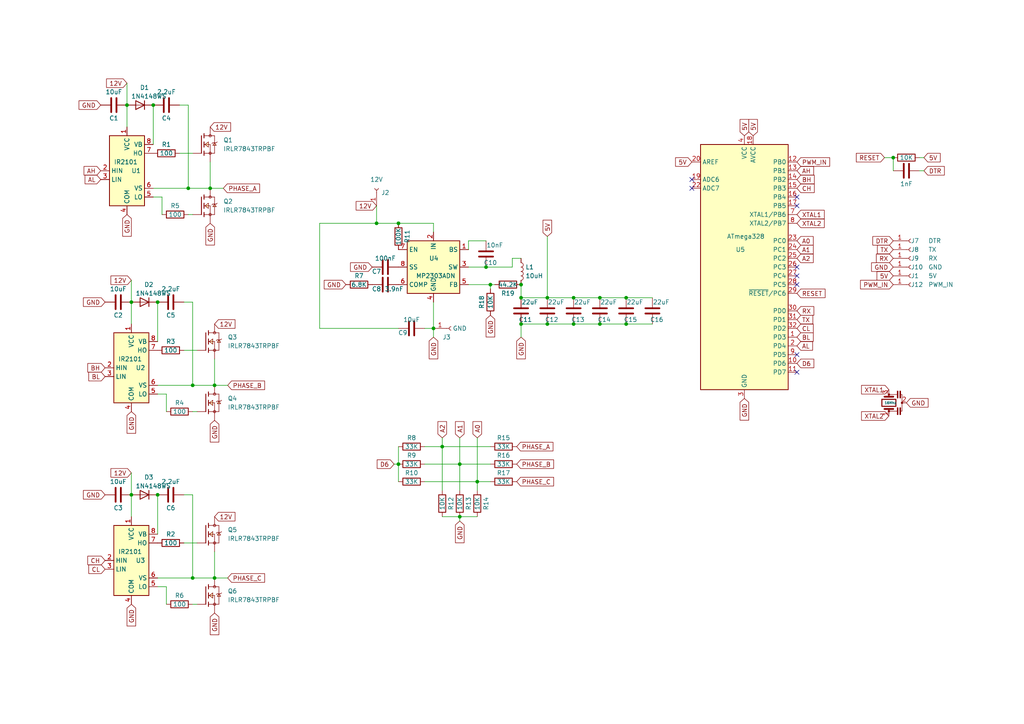
<source format=kicad_sch>
(kicad_sch (version 20211123) (generator eeschema)
  (paper "A4")
  (lib_symbols
    (symbol "Connector:Conn_01x01_Female" (pin_names (offset 1.016) hide)
      (property "Reference" "J" (at 0 2.54 0))
      (property "Value" "Conn_01x01_Female" (at 0 -2.54 0))
      (symbol "Conn_01x01_Female_1_1"
        (polyline (pts (xy -1.27 0) (xy -0.508 0)) (stroke (width 0.1524)))
        (arc (start 0 0.508) (mid -0.508 0) (end 0 -0.508) (stroke (width 0.1524)))
        (pin passive line (at -5.08 0 0) (length 3.81) (name "Pin_1") (number "1"))
      )
    )
    (symbol "Device:C" (pin_numbers hide) (pin_names (offset 0.254))
      (property "Reference" "C" (at 0.635 2.54 0))
      (property "Value" "C" (at 0.635 -2.54 0))
      (symbol "C_0_1"
        (polyline (pts (xy -2.032 -0.762) (xy 2.032 -0.762)) (stroke (width 0.508)))
        (polyline (pts (xy -2.032 0.762) (xy 2.032 0.762)) (stroke (width 0.508)))
      )
      (symbol "C_1_1"
        (pin passive line (at 0 3.81 270) (length 2.794) (name "~") (number "1"))
        (pin passive line (at 0 -3.81 90) (length 2.794) (name "~") (number "2"))
      )
    )
    (symbol "Device:L" (pin_numbers hide) (pin_names (offset 1.016) hide)
      (property "Reference" "L" (at -1.27 0 90))
      (property "Value" "L" (at 1.905 0 90))
      (symbol "L_0_1"
        (arc (start 0 -2.54) (mid 0.635 -1.905) (end 0 -1.27))
        (arc (start 0 -1.27) (mid 0.635 -0.635) (end 0 0))
        (arc (start 0 0) (mid 0.635 0.635) (end 0 1.27))
        (arc (start 0 1.27) (mid 0.635 1.905) (end 0 2.54))
      )
      (symbol "L_1_1"
        (pin passive line (at 0 3.81 270) (length 1.27) (name "1") (number "1"))
        (pin passive line (at 0 -3.81 90) (length 1.27) (name "2") (number "2"))
      )
    )
    (symbol "Device:R" (pin_numbers hide) (pin_names (offset 0))
      (property "Reference" "R" (at 2.032 0 90))
      (property "Value" "R" (at 0 0 90))
      (symbol "R_0_1"
        (rectangle (start -1.016 -2.54) (end 1.016 2.54) (stroke (width 0.254)))
      )
      (symbol "R_1_1"
        (pin passive line (at 0 3.81 270) (length 1.27) (name "~") (number "1"))
        (pin passive line (at 0 -3.81 90) (length 1.27) (name "~") (number "2"))
      )
    )
    (symbol "Device:Resonator" (pin_names (offset 1.016) hide)
      (property "Reference" "Y" (at 0 5.715 0))
      (property "Value" "Resonator" (at 0 3.81 0))
      (symbol "Resonator_0_1"
        (rectangle (start -3.429 -3.175) (end -1.397 -3.429) (fill (type outline)))
        (rectangle (start -3.429 -2.413) (end -1.397 -2.667) (fill (type outline)))
        (circle (center -2.413 0) (radius 0.254) (fill (type outline)))
        (rectangle (start -1.016 2.032) (end 1.016 -2.032) (stroke (width 0.3048)))
        (circle (center 0 -3.81) (radius 0.254) (fill (type outline)))
        (polyline (pts (xy -2.413 -2.413) (xy -2.413 0)))
        (polyline (pts (xy -1.905 0) (xy -3.175 0)))
        (polyline (pts (xy -1.778 -1.27) (xy -1.778 1.27)) (stroke (width 0.508)))
        (polyline (pts (xy 1.778 -1.27) (xy 1.778 1.27)) (stroke (width 0.508)))
        (polyline (pts (xy 1.905 0) (xy 2.54 0)))
        (polyline (pts (xy 2.413 0) (xy 2.413 -2.54)))
        (polyline (pts (xy 2.413 -3.302) (xy 2.413 -3.81) (xy -2.413 -3.81) (xy -2.413 -3.302)))
        (rectangle (start 1.397 -3.175) (end 3.429 -3.429) (fill (type outline)))
        (rectangle (start 1.397 -2.413) (end 3.429 -2.667) (fill (type outline)))
        (circle (center 2.413 0) (radius 0.254) (fill (type outline)))
      )
      (symbol "Resonator_1_1"
        (pin passive line (at -3.81 0 0) (length 1.27) (name "1") (number "1"))
        (pin passive line (at 0 -5.08 90) (length 1.27) (name "2") (number "2"))
        (pin passive line (at 3.81 0 180) (length 1.27) (name "3") (number "3"))
      )
    )
    (symbol "Diode:1N4148WS" (pin_numbers hide) (pin_names (offset 1.016) hide)
      (property "Reference" "D" (at 0 2.54 0))
      (property "Value" "1N4148WS" (at 0 -2.54 0))
      (symbol "1N4148WS_0_1"
        (polyline (pts (xy -1.27 1.27) (xy -1.27 -1.27)) (stroke (width 0.254)))
        (polyline (pts (xy 1.27 0) (xy -1.27 0)))
        (polyline (pts (xy 1.27 1.27) (xy 1.27 -1.27) (xy -1.27 0) (xy 1.27 1.27)) (stroke (width 0.254)))
      )
      (symbol "1N4148WS_1_1"
        (pin passive line (at -3.81 0 0) (length 2.54) (name "K") (number "1"))
        (pin passive line (at 3.81 0 180) (length 2.54) (name "A") (number "2"))
      )
    )
    (symbol "Driver_FET:IR2101"
      (property "Reference" "U" (at 1.27 13.335 0))
      (property "Value" "IR2101" (at 1.27 11.43 0))
      (symbol "IR2101_0_1"
        (rectangle (start -5.08 -10.16) (end 5.08 10.16) (stroke (width 0.254)) (fill (type background)))
      )
      (symbol "IR2101_1_1"
        (pin power_in line (at 0 12.7 270) (length 2.54) (name "VCC") (number "1"))
        (pin input line (at -7.62 0 0) (length 2.54) (name "HIN") (number "2"))
        (pin input line (at -7.62 -2.54 0) (length 2.54) (name "LIN") (number "3"))
        (pin power_in line (at 0 -12.7 90) (length 2.54) (name "COM") (number "4"))
        (pin output line (at 7.62 -7.62 180) (length 2.54) (name "LO") (number "5"))
        (pin passive line (at 7.62 -5.08 180) (length 2.54) (name "VS") (number "6"))
        (pin output line (at 7.62 5.08 180) (length 2.54) (name "HO") (number "7"))
        (pin passive line (at 7.62 7.62 180) (length 2.54) (name "VB") (number "8"))
      )
    )
    (symbol "IRLR7843TRPBF:IRLR7843TRPBF" (pin_numbers hide) (pin_names (offset 1.016) hide)
      (property "Reference" "Q" (at 6.35 2.54 0))
      (property "Value" "IRLR7843TRPBF" (at 6.35 0 0))
      (symbol "IRLR7843TRPBF_0_0"
        (polyline (pts (xy 0 2.54) (xy 0 -2.54)) (stroke (width 0.254)))
        (polyline (pts (xy 0.762 -2.54) (xy 0.762 -3.175)) (stroke (width 0.254)))
        (polyline (pts (xy 0.762 -1.905) (xy 0.762 -2.54)) (stroke (width 0.254)))
        (polyline (pts (xy 0.762 0) (xy 0.762 -0.762)) (stroke (width 0.254)))
        (polyline (pts (xy 0.762 0) (xy 2.54 0)) (stroke (width 0.1524)))
        (polyline (pts (xy 0.762 0.762) (xy 0.762 0)) (stroke (width 0.254)))
        (polyline (pts (xy 0.762 2.54) (xy 0.762 1.905)) (stroke (width 0.254)))
        (polyline (pts (xy 0.762 2.54) (xy 3.81 2.54)) (stroke (width 0.1524)))
        (polyline (pts (xy 0.762 3.175) (xy 0.762 2.54)) (stroke (width 0.254)))
        (polyline (pts (xy 2.54 -2.54) (xy 0.762 -2.54)) (stroke (width 0.1524)))
        (polyline (pts (xy 2.54 -2.54) (xy 3.81 -2.54)) (stroke (width 0.1524)))
        (polyline (pts (xy 2.54 0) (xy 2.54 -2.54)) (stroke (width 0.1524)))
        (polyline (pts (xy 3.302 0.508) (xy 3.048 0.254)) (stroke (width 0.1524)))
        (polyline (pts (xy 3.81 0.508) (xy 3.302 0.508)) (stroke (width 0.1524)))
        (polyline (pts (xy 3.81 0.508) (xy 3.81 -2.54)) (stroke (width 0.1524)))
        (polyline (pts (xy 3.81 2.54) (xy 3.81 0.508)) (stroke (width 0.1524)))
        (polyline (pts (xy 4.318 0.508) (xy 3.81 0.508)) (stroke (width 0.1524)))
        (polyline (pts (xy 4.572 0.762) (xy 4.318 0.508)) (stroke (width 0.1524)))
        (polyline (pts (xy 1.016 0) (xy 2.032 0.762) (xy 2.032 -0.762) (xy 1.016 0)) (stroke (width 0.1524)) (fill (type background)))
        (polyline (pts (xy 3.81 0.508) (xy 3.302 -0.254) (xy 4.318 -0.254) (xy 3.81 0.508)) (stroke (width 0.1524)) (fill (type background)))
        (circle (center 2.54 -2.54) (radius 0.3556))
        (circle (center 2.54 2.54) (radius 0.3556))
        (pin passive line (at -2.54 -2.54 0) (length 2.54) (name "~") (number "1"))
        (pin passive line (at 2.54 -5.08 90) (length 2.54) (name "~") (number "3"))
        (pin passive line (at 2.54 5.08 270) (length 2.54) (name "~") (number "4"))
      )
    )
    (symbol "MCU_Microchip_ATmega:ATmega328-A"
      (property "Reference" "U" (at -12.7 36.83 0))
      (property "Value" "ATmega328-A" (at 2.54 -36.83 0))
      (symbol "ATmega328-A_0_1"
        (rectangle (start -12.7 -35.56) (end 12.7 35.56) (stroke (width 0.254)) (fill (type background)))
      )
      (symbol "ATmega328-A_1_1"
        (pin bidirectional line (at 15.24 -20.32 180) (length 2.54) (name "PD3") (number "1"))
        (pin bidirectional line (at 15.24 -27.94 180) (length 2.54) (name "PD6") (number "10"))
        (pin bidirectional line (at 15.24 -30.48 180) (length 2.54) (name "PD7") (number "11"))
        (pin bidirectional line (at 15.24 30.48 180) (length 2.54) (name "PB0") (number "12"))
        (pin bidirectional line (at 15.24 27.94 180) (length 2.54) (name "PB1") (number "13"))
        (pin bidirectional line (at 15.24 25.4 180) (length 2.54) (name "PB2") (number "14"))
        (pin bidirectional line (at 15.24 22.86 180) (length 2.54) (name "PB3") (number "15"))
        (pin bidirectional line (at 15.24 20.32 180) (length 2.54) (name "PB4") (number "16"))
        (pin bidirectional line (at 15.24 17.78 180) (length 2.54) (name "PB5") (number "17"))
        (pin power_in line (at 2.54 38.1 270) (length 2.54) (name "AVCC") (number "18"))
        (pin input line (at -15.24 25.4 0) (length 2.54) (name "ADC6") (number "19"))
        (pin bidirectional line (at 15.24 -22.86 180) (length 2.54) (name "PD4") (number "2"))
        (pin passive line (at -15.24 30.48 0) (length 2.54) (name "AREF") (number "20"))
        (pin passive line (at 0 -38.1 90) (length 2.54) hide (name "GND") (number "21"))
        (pin input line (at -15.24 22.86 0) (length 2.54) (name "ADC7") (number "22"))
        (pin bidirectional line (at 15.24 7.62 180) (length 2.54) (name "PC0") (number "23"))
        (pin bidirectional line (at 15.24 5.08 180) (length 2.54) (name "PC1") (number "24"))
        (pin bidirectional line (at 15.24 2.54 180) (length 2.54) (name "PC2") (number "25"))
        (pin bidirectional line (at 15.24 0 180) (length 2.54) (name "PC3") (number "26"))
        (pin bidirectional line (at 15.24 -2.54 180) (length 2.54) (name "PC4") (number "27"))
        (pin bidirectional line (at 15.24 -5.08 180) (length 2.54) (name "PC5") (number "28"))
        (pin bidirectional line (at 15.24 -7.62 180) (length 2.54) (name "~{RESET}/PC6") (number "29"))
        (pin power_in line (at 0 -38.1 90) (length 2.54) (name "GND") (number "3"))
        (pin bidirectional line (at 15.24 -12.7 180) (length 2.54) (name "PD0") (number "30"))
        (pin bidirectional line (at 15.24 -15.24 180) (length 2.54) (name "PD1") (number "31"))
        (pin bidirectional line (at 15.24 -17.78 180) (length 2.54) (name "PD2") (number "32"))
        (pin power_in line (at 0 38.1 270) (length 2.54) (name "VCC") (number "4"))
        (pin passive line (at 0 -38.1 90) (length 2.54) hide (name "GND") (number "5"))
        (pin passive line (at 0 38.1 270) (length 2.54) hide (name "VCC") (number "6"))
        (pin bidirectional line (at 15.24 15.24 180) (length 2.54) (name "XTAL1/PB6") (number "7"))
        (pin bidirectional line (at 15.24 12.7 180) (length 2.54) (name "XTAL2/PB7") (number "8"))
        (pin bidirectional line (at 15.24 -25.4 180) (length 2.54) (name "PD5") (number "9"))
      )
    )
    (symbol "Regulator_Switching:MP2303ADN"
      (property "Reference" "U" (at -7.366 8.636 0))
      (property "Value" "MP2303ADN" (at 7.62 8.89 0))
      (symbol "MP2303ADN_0_1"
        (rectangle (start -7.62 7.62) (end 7.62 -7.62) (stroke (width 0.254)) (fill (type background)))
      )
      (symbol "MP2303ADN_1_1"
        (pin passive line (at 10.16 5.08 180) (length 2.54) (name "BS") (number "1"))
        (pin power_in line (at 0 10.16 270) (length 2.54) (name "IN") (number "2"))
        (pin output line (at 10.16 0 180) (length 2.54) (name "SW") (number "3"))
        (pin power_in line (at 0 -10.16 90) (length 2.54) (name "GND") (number "4"))
        (pin input line (at 10.16 -5.08 180) (length 2.54) (name "FB") (number "5"))
        (pin passive line (at -10.16 -5.08 0) (length 2.54) (name "COMP") (number "6"))
        (pin input line (at -10.16 5.08 0) (length 2.54) (name "EN") (number "7"))
        (pin input line (at -10.16 0 0) (length 2.54) (name "SS") (number "8"))
      )
    )
  )
  (junction (at 115.57 134.62))
  (junction (at 166.37 93.98))
  (junction (at 181.61 93.98))
  (junction (at 60.96 54.61))
  (junction (at 138.43 139.7))
  (junction (at 128.27 129.54))
  (junction (at 259.08 45.72))
  (junction (at 45.72 143.51))
  (junction (at 45.72 87.63))
  (junction (at 158.75 93.98))
  (junction (at 115.57 64.77))
  (junction (at 173.99 93.98))
  (junction (at 151.13 86.36))
  (junction (at 109.22 64.77))
  (junction (at 55.88 167.64))
  (junction (at 181.61 86.36))
  (junction (at 62.23 167.64))
  (junction (at 151.13 82.55))
  (junction (at 140.97 77.47))
  (junction (at 125.73 95.25))
  (junction (at 166.37 86.36))
  (junction (at 55.88 111.76))
  (junction (at 142.24 82.55))
  (junction (at 38.1 143.51))
  (junction (at 173.99 86.36))
  (junction (at 44.45 30.48))
  (junction (at 38.1 87.63))
  (junction (at 151.13 93.98))
  (junction (at 36.83 30.48))
  (junction (at 158.75 86.36))
  (junction (at 133.35 134.62))
  (junction (at 54.61 54.61))
  (junction (at 62.23 111.76))
  (junction (at 133.35 149.86))
  (no_connect (at 231.14 80.01))
  (no_connect (at 231.14 107.95))
  (no_connect (at 231.14 57.15))
  (no_connect (at 231.14 82.55))
  (no_connect (at 231.14 102.87))
  (no_connect (at 231.14 77.47))
  (no_connect (at 231.14 59.69))
  (no_connect (at 200.66 54.61))
  (no_connect (at 200.66 52.07))
  (wire (pts (xy 128.27 149.86) (xy 133.35 149.86)))
  (wire (pts (xy 125.73 64.77) (xy 115.57 64.77)))
  (wire (pts (xy 133.35 134.62) (xy 133.35 142.24)))
  (wire (pts (xy 55.88 62.23) (xy 54.61 62.23)))
  (wire (pts (xy 123.19 139.7) (xy 138.43 139.7)))
  (wire (pts (xy 128.27 129.54) (xy 128.27 142.24)))
  (wire (pts (xy 142.24 82.55) (xy 142.24 83.82)))
  (wire (pts (xy 151.13 74.93) (xy 148.59 74.93)))
  (wire (pts (xy 148.59 74.93) (xy 148.59 77.47)))
  (wire (pts (xy 115.57 134.62) (xy 115.57 139.7)))
  (wire (pts (xy 45.72 167.64) (xy 55.88 167.64)))
  (wire (pts (xy 173.99 86.36) (xy 181.61 86.36)))
  (wire (pts (xy 48.26 114.3) (xy 48.26 119.38)))
  (wire (pts (xy 57.15 119.38) (xy 55.88 119.38)))
  (wire (pts (xy 125.73 95.25) (xy 125.73 87.63)))
  (wire (pts (xy 92.71 64.77) (xy 109.22 64.77)))
  (wire (pts (xy 115.57 95.25) (xy 92.71 95.25)))
  (wire (pts (xy 166.37 93.98) (xy 173.99 93.98)))
  (wire (pts (xy 115.57 129.54) (xy 115.57 134.62)))
  (wire (pts (xy 114.3 134.62) (xy 115.57 134.62)))
  (wire (pts (xy 60.96 54.61) (xy 64.77 54.61)))
  (wire (pts (xy 62.23 104.14) (xy 62.23 111.76)))
  (wire (pts (xy 54.61 30.48) (xy 54.61 54.61)))
  (wire (pts (xy 55.88 87.63) (xy 53.34 87.63)))
  (wire (pts (xy 125.73 67.31) (xy 125.73 64.77)))
  (wire (pts (xy 45.72 87.63) (xy 45.72 99.06)))
  (wire (pts (xy 138.43 127) (xy 138.43 139.7)))
  (wire (pts (xy 135.89 69.85) (xy 140.97 69.85)))
  (wire (pts (xy 256.54 45.72) (xy 259.08 45.72)))
  (wire (pts (xy 55.88 167.64) (xy 62.23 167.64)))
  (wire (pts (xy 53.34 157.48) (xy 57.15 157.48)))
  (wire (pts (xy 123.19 95.25) (xy 125.73 95.25)))
  (wire (pts (xy 45.72 143.51) (xy 45.72 154.94)))
  (wire (pts (xy 158.75 68.58) (xy 158.75 86.36)))
  (wire (pts (xy 158.75 86.36) (xy 166.37 86.36)))
  (wire (pts (xy 53.34 101.6) (xy 57.15 101.6)))
  (wire (pts (xy 266.7 49.53) (xy 267.97 49.53)))
  (wire (pts (xy 138.43 139.7) (xy 138.43 142.24)))
  (wire (pts (xy 44.45 54.61) (xy 54.61 54.61)))
  (wire (pts (xy 36.83 24.13) (xy 36.83 30.48)))
  (wire (pts (xy 57.15 175.26) (xy 55.88 175.26)))
  (wire (pts (xy 48.26 170.18) (xy 48.26 175.26)))
  (wire (pts (xy 62.23 167.64) (xy 66.04 167.64)))
  (wire (pts (xy 123.19 134.62) (xy 133.35 134.62)))
  (wire (pts (xy 38.1 143.51) (xy 38.1 149.86)))
  (wire (pts (xy 166.37 86.36) (xy 173.99 86.36)))
  (wire (pts (xy 45.72 170.18) (xy 48.26 170.18)))
  (wire (pts (xy 92.71 95.25) (xy 92.71 64.77)))
  (wire (pts (xy 135.89 82.55) (xy 142.24 82.55)))
  (wire (pts (xy 62.23 160.02) (xy 62.23 167.64)))
  (wire (pts (xy 267.97 45.72) (xy 266.7 45.72)))
  (wire (pts (xy 133.35 151.13) (xy 133.35 149.86)))
  (wire (pts (xy 133.35 149.86) (xy 138.43 149.86)))
  (wire (pts (xy 55.88 87.63) (xy 55.88 111.76)))
  (wire (pts (xy 173.99 93.98) (xy 181.61 93.98)))
  (wire (pts (xy 135.89 77.47) (xy 140.97 77.47)))
  (wire (pts (xy 138.43 139.7) (xy 142.24 139.7)))
  (wire (pts (xy 151.13 93.98) (xy 151.13 97.79)))
  (wire (pts (xy 128.27 129.54) (xy 142.24 129.54)))
  (wire (pts (xy 36.83 30.48) (xy 36.83 36.83)))
  (wire (pts (xy 55.88 143.51) (xy 55.88 167.64)))
  (wire (pts (xy 109.22 64.77) (xy 115.57 64.77)))
  (wire (pts (xy 38.1 87.63) (xy 38.1 93.98)))
  (wire (pts (xy 259.08 45.72) (xy 259.08 49.53)))
  (wire (pts (xy 109.22 59.69) (xy 109.22 64.77)))
  (wire (pts (xy 143.51 82.55) (xy 142.24 82.55)))
  (wire (pts (xy 54.61 30.48) (xy 52.07 30.48)))
  (wire (pts (xy 128.27 127) (xy 128.27 129.54)))
  (wire (pts (xy 54.61 54.61) (xy 60.96 54.61)))
  (wire (pts (xy 151.13 86.36) (xy 158.75 86.36)))
  (wire (pts (xy 123.19 129.54) (xy 128.27 129.54)))
  (wire (pts (xy 181.61 93.98) (xy 189.23 93.98)))
  (wire (pts (xy 151.13 82.55) (xy 151.13 86.36)))
  (wire (pts (xy 44.45 57.15) (xy 46.99 57.15)))
  (wire (pts (xy 135.89 72.39) (xy 135.89 69.85)))
  (wire (pts (xy 148.59 77.47) (xy 140.97 77.47)))
  (wire (pts (xy 62.23 111.76) (xy 66.04 111.76)))
  (wire (pts (xy 44.45 30.48) (xy 44.45 41.91)))
  (wire (pts (xy 125.73 97.79) (xy 125.73 95.25)))
  (wire (pts (xy 45.72 114.3) (xy 48.26 114.3)))
  (wire (pts (xy 133.35 127) (xy 133.35 134.62)))
  (wire (pts (xy 45.72 111.76) (xy 55.88 111.76)))
  (wire (pts (xy 151.13 93.98) (xy 158.75 93.98)))
  (wire (pts (xy 46.99 57.15) (xy 46.99 62.23)))
  (wire (pts (xy 181.61 86.36) (xy 189.23 86.36)))
  (wire (pts (xy 133.35 134.62) (xy 142.24 134.62)))
  (wire (pts (xy 60.96 46.99) (xy 60.96 54.61)))
  (wire (pts (xy 158.75 93.98) (xy 166.37 93.98)))
  (wire (pts (xy 52.07 44.45) (xy 55.88 44.45)))
  (wire (pts (xy 55.88 143.51) (xy 53.34 143.51)))
  (wire (pts (xy 55.88 111.76) (xy 62.23 111.76)))
  (wire (pts (xy 38.1 81.28) (xy 38.1 87.63)))
  (wire (pts (xy 38.1 137.16) (xy 38.1 143.51)))
  (global_label "12V" (shape input) (at 62.23 149.86 0) (property "Intersheet References" "${INTERSHEET_REFS}" (effects hide)))
  (global_label "PHASE_B" (shape input) (at 149.86 134.62 0) (property "Intersheet References" "${INTERSHEET_REFS}" (effects hide)))
  (global_label "GND" (shape input) (at 133.35 151.13 270) (property "Intersheet References" "${INTERSHEET_REFS}" (effects hide)))
  (global_label "RESET" (shape input) (at 231.14 85.09 0) (property "Intersheet References" "${INTERSHEET_REFS}" (effects hide)))
  (global_label "RX" (shape input) (at 231.14 90.17 0) (property "Intersheet References" "${INTERSHEET_REFS}" (effects hide)))
  (global_label "GND" (shape input) (at 107.95 77.47 180) (property "Intersheet References" "${INTERSHEET_REFS}" (effects hide)))
  (global_label "12V" (shape input) (at 60.96 36.83 0) (property "Intersheet References" "${INTERSHEET_REFS}" (effects hide)))
  (global_label "PHASE_C" (shape input) (at 66.04 167.64 0) (property "Intersheet References" "${INTERSHEET_REFS}" (effects hide)))
  (global_label "XTAL2" (shape input) (at 231.14 64.77 0) (property "Intersheet References" "${INTERSHEET_REFS}" (effects hide)))
  (global_label "CL" (shape input) (at 30.48 165.1 180) (property "Intersheet References" "${INTERSHEET_REFS}" (effects hide)))
  (global_label "PWM_IN" (shape input) (at 259.08 82.55 180) (property "Intersheet References" "${INTERSHEET_REFS}" (effects hide)))
  (global_label "GND" (shape input) (at 36.83 62.23 270) (property "Intersheet References" "${INTERSHEET_REFS}" (effects hide)))
  (global_label "PWM_IN" (shape input) (at 231.14 46.99 0) (property "Intersheet References" "${INTERSHEET_REFS}" (effects hide)))
  (global_label "BL" (shape input) (at 231.14 97.79 0) (property "Intersheet References" "${INTERSHEET_REFS}" (effects hide)))
  (global_label "GND" (shape input) (at 60.96 64.77 270) (property "Intersheet References" "${INTERSHEET_REFS}" (effects hide)))
  (global_label "5V" (shape input) (at 158.75 68.58 90) (property "Intersheet References" "${INTERSHEET_REFS}" (effects hide)))
  (global_label "GND" (shape input) (at 62.23 177.8 270) (property "Intersheet References" "${INTERSHEET_REFS}" (effects hide)))
  (global_label "CH" (shape input) (at 231.14 54.61 0) (property "Intersheet References" "${INTERSHEET_REFS}" (effects hide)))
  (global_label "CH" (shape input) (at 30.48 162.56 180) (property "Intersheet References" "${INTERSHEET_REFS}" (effects hide)))
  (global_label "A0" (shape input) (at 138.43 127 90) (property "Intersheet References" "${INTERSHEET_REFS}" (effects hide)))
  (global_label "AL" (shape input) (at 29.21 52.07 180) (property "Intersheet References" "${INTERSHEET_REFS}" (effects hide)))
  (global_label "AH" (shape input) (at 231.14 49.53 0) (property "Intersheet References" "${INTERSHEET_REFS}" (effects hide)))
  (global_label "12V" (shape input) (at 38.1 81.28 180) (property "Intersheet References" "${INTERSHEET_REFS}" (effects hide)))
  (global_label "A1" (shape input) (at 231.14 72.39 0) (property "Intersheet References" "${INTERSHEET_REFS}" (effects hide)))
  (global_label "RX" (shape input) (at 259.08 74.93 180) (property "Intersheet References" "${INTERSHEET_REFS}" (effects hide)))
  (global_label "GND" (shape input) (at 62.23 121.92 270) (property "Intersheet References" "${INTERSHEET_REFS}" (effects hide)))
  (global_label "D6" (shape input) (at 114.3 134.62 180) (property "Intersheet References" "${INTERSHEET_REFS}" (effects hide)))
  (global_label "XTAL1" (shape input) (at 257.81 113.03 180) (property "Intersheet References" "${INTERSHEET_REFS}" (effects hide)))
  (global_label "BH" (shape input) (at 231.14 52.07 0) (property "Intersheet References" "${INTERSHEET_REFS}" (effects hide)))
  (global_label "5V" (shape input) (at 200.66 46.99 180) (property "Intersheet References" "${INTERSHEET_REFS}" (effects hide)))
  (global_label "AH" (shape input) (at 29.21 49.53 180) (property "Intersheet References" "${INTERSHEET_REFS}" (effects hide)))
  (global_label "GND" (shape input) (at 38.1 175.26 270) (property "Intersheet References" "${INTERSHEET_REFS}" (effects hide)))
  (global_label "A1" (shape input) (at 133.35 127 90) (property "Intersheet References" "${INTERSHEET_REFS}" (effects hide)))
  (global_label "A2" (shape input) (at 128.27 127 90) (property "Intersheet References" "${INTERSHEET_REFS}" (effects hide)))
  (global_label "PHASE_A" (shape input) (at 64.77 54.61 0) (property "Intersheet References" "${INTERSHEET_REFS}" (effects hide)))
  (global_label "5V" (shape input) (at 218.44 39.37 90) (property "Intersheet References" "${INTERSHEET_REFS}" (effects hide)))
  (global_label "TX" (shape input) (at 259.08 72.39 180) (property "Intersheet References" "${INTERSHEET_REFS}" (effects hide)))
  (global_label "12V" (shape input) (at 38.1 137.16 180) (property "Intersheet References" "${INTERSHEET_REFS}" (effects hide)))
  (global_label "TX" (shape input) (at 231.14 92.71 0) (property "Intersheet References" "${INTERSHEET_REFS}" (effects hide)))
  (global_label "GND" (shape input) (at 100.33 82.55 180) (property "Intersheet References" "${INTERSHEET_REFS}" (effects hide)))
  (global_label "GND" (shape input) (at 30.48 143.51 180) (property "Intersheet References" "${INTERSHEET_REFS}" (effects hide)))
  (global_label "GND" (shape input) (at 29.21 30.48 180) (property "Intersheet References" "${INTERSHEET_REFS}" (effects hide)))
  (global_label "12V" (shape input) (at 109.22 59.69 180) (property "Intersheet References" "${INTERSHEET_REFS}" (effects hide)))
  (global_label "RESET" (shape input) (at 256.54 45.72 180) (property "Intersheet References" "${INTERSHEET_REFS}" (effects hide)))
  (global_label "DTR" (shape input) (at 259.08 69.85 180) (property "Intersheet References" "${INTERSHEET_REFS}" (effects hide)))
  (global_label "PHASE_C" (shape input) (at 149.86 139.7 0) (property "Intersheet References" "${INTERSHEET_REFS}" (effects hide)))
  (global_label "CL" (shape input) (at 231.14 95.25 0) (property "Intersheet References" "${INTERSHEET_REFS}" (effects hide)))
  (global_label "XTAL1" (shape input) (at 231.14 62.23 0) (property "Intersheet References" "${INTERSHEET_REFS}" (effects hide)))
  (global_label "12V" (shape input) (at 36.83 24.13 180) (property "Intersheet References" "${INTERSHEET_REFS}" (effects hide)))
  (global_label "BL" (shape input) (at 30.48 109.22 180) (property "Intersheet References" "${INTERSHEET_REFS}" (effects hide)))
  (global_label "D6" (shape input) (at 231.14 105.41 0) (property "Intersheet References" "${INTERSHEET_REFS}" (effects hide)))
  (global_label "A2" (shape input) (at 231.14 74.93 0) (property "Intersheet References" "${INTERSHEET_REFS}" (effects hide)))
  (global_label "5V" (shape input) (at 215.9 39.37 90) (property "Intersheet References" "${INTERSHEET_REFS}" (effects hide)))
  (global_label "A0" (shape input) (at 231.14 69.85 0) (property "Intersheet References" "${INTERSHEET_REFS}" (effects hide)))
  (global_label "GND" (shape input) (at 38.1 119.38 270) (property "Intersheet References" "${INTERSHEET_REFS}" (effects hide)))
  (global_label "GND" (shape input) (at 259.08 77.47 180) (property "Intersheet References" "${INTERSHEET_REFS}" (effects hide)))
  (global_label "XTAL2" (shape input) (at 257.81 120.65 180) (property "Intersheet References" "${INTERSHEET_REFS}" (effects hide)))
  (global_label "5V" (shape input) (at 267.97 45.72 0) (property "Intersheet References" "${INTERSHEET_REFS}" (effects hide)))
  (global_label "12V" (shape input) (at 62.23 93.98 0) (property "Intersheet References" "${INTERSHEET_REFS}" (effects hide)))
  (global_label "GND" (shape input) (at 215.9 115.57 270) (property "Intersheet References" "${INTERSHEET_REFS}" (effects hide)))
  (global_label "AL" (shape input) (at 231.14 100.33 0) (property "Intersheet References" "${INTERSHEET_REFS}" (effects hide)))
  (global_label "GND" (shape input) (at 142.24 91.44 270) (property "Intersheet References" "${INTERSHEET_REFS}" (effects hide)))
  (global_label "PHASE_A" (shape input) (at 149.86 129.54 0) (property "Intersheet References" "${INTERSHEET_REFS}" (effects hide)))
  (global_label "GND" (shape input) (at 125.73 97.79 270) (property "Intersheet References" "${INTERSHEET_REFS}" (effects hide)))
  (global_label "BH" (shape input) (at 30.48 106.68 180) (property "Intersheet References" "${INTERSHEET_REFS}" (effects hide)))
  (global_label "GND" (shape input) (at 262.89 116.84 0) (property "Intersheet References" "${INTERSHEET_REFS}" (effects hide)))
  (global_label "DTR" (shape input) (at 267.97 49.53 0) (property "Intersheet References" "${INTERSHEET_REFS}" (effects hide)))
  (global_label "GND" (shape input) (at 151.13 97.79 270) (property "Intersheet References" "${INTERSHEET_REFS}" (effects hide)))
  (global_label "5V" (shape input) (at 259.08 80.01 180) (property "Intersheet References" "${INTERSHEET_REFS}" (effects hide)))
  (global_label "GND" (shape input) (at 30.48 87.63 180) (property "Intersheet References" "${INTERSHEET_REFS}" (effects hide)))
  (global_label "PHASE_B" (shape input) (at 66.04 111.76 0) (property "Intersheet References" "${INTERSHEET_REFS}" (effects hide)))
  (symbol (lib_id "Device:R") (at 49.53 101.6 90) (unit 1)
    (property "Reference" "R3" (at 49.53 99.06 90))
    (property "Value" "100" (at 49.53 101.6 90))
    (property "Footprint" "Resistor_SMD:R_0805_2012Metric" (effects hide))
  )
  (symbol (lib_id "IRLR7843TRPBF:IRLR7843TRPBF") (at 59.69 116.84 0) (unit 1)
    (property "Reference" "Q4" (at 66.04 115.5699 0) (effects (justify left)))
    (property "Value" "IRLR7843TRPBF" (at 66.04 118.1099 0) (effects (justify left)))
    (property "Footprint" "TO229P990X239-3_4N" (effects hide))
    (property "MANUFACTURER" "International rectifier" (effects hide))
    (property "PARTREV" "04/30/08" (effects hide))
    (property "MAXIMUM_PACKAGE_HEIGHT" "2.39mm" (effects hide))
    (property "STANDARD" "IPC-7351B" (effects hide))
  )
  (symbol (lib_id "Device:C") (at 111.76 82.55 90) (unit 1)
    (property "Reference" "C8" (at 109.22 83.82 90))
    (property "Value" "3.9nF" (at 114.3 83.82 90))
    (property "Footprint" "Capacitor_SMD:C_0805_2012Metric" (effects hide))
  )
  (symbol (lib_id "Device:R") (at 115.57 68.58 0) (unit 1)
    (property "Reference" "R11" (at 118.11 68.58 90))
    (property "Value" "100K" (at 115.57 68.58 90))
    (property "Footprint" "Resistor_SMD:R_0805_2012Metric" (effects hide))
  )
  (symbol (lib_id "Connector:Conn_01x01_Female") (at 264.16 69.85 0) (unit 1)
    (property "Reference" "J7" (at 264.16 69.85 0) (effects (justify left)))
    (property "Value" "DTR" (at 269.24 69.85 0) (effects (justify left)))
    (property "Footprint" "Connector_Wire:SolderWirePad_1x01_SMD_1x2mm" (effects hide))
  )
  (symbol (lib_id "Regulator_Switching:MP2303ADN") (at 125.73 77.47 0) (unit 1)
    (property "Reference" "U4" (at 124.46 74.93 0) (effects (justify left)))
    (property "Value" "MP2303ADN" (at 120.65 80.01 0) (effects (justify left)))
    (property "Footprint" "Package_SO:SOIC-8_3.9x4.9mm_P1.27mm" (effects hide))
    (property "Datasheet" "https://www.monolithicpower.com/pub/media/document/MP2303A_r1.1.pdf" (effects hide))
  )
  (symbol (lib_id "Connector:Conn_01x01_Female") (at 264.16 80.01 0) (unit 1)
    (property "Reference" "J1" (at 264.16 80.01 0) (effects (justify left)))
    (property "Value" "5V" (at 269.24 80.01 0) (effects (justify left)))
    (property "Footprint" "Connector_Wire:SolderWirePad_1x01_SMD_1x2mm" (effects hide))
  )
  (symbol (lib_id "Device:C") (at 173.99 90.17 180) (unit 1)
    (property "Reference" "C14" (at 175.26 92.71 0))
    (property "Value" "22uF" (at 176.53 87.63 0))
    (property "Footprint" "Capacitor_SMD:C_0805_2012Metric" (effects hide))
  )
  (symbol (lib_id "Device:R") (at 119.38 134.62 90) (unit 1)
    (property "Reference" "R9" (at 119.38 132.08 90))
    (property "Value" "33K" (at 119.38 134.62 90))
    (property "Footprint" "Resistor_SMD:R_0805_2012Metric" (effects hide))
  )
  (symbol (lib_id "Device:C") (at 166.37 90.17 180) (unit 1)
    (property "Reference" "C13" (at 167.64 92.71 0))
    (property "Value" "22uF" (at 168.91 87.63 0))
    (property "Footprint" "Capacitor_SMD:C_0805_2012Metric" (effects hide))
  )
  (symbol (lib_id "Diode:1N4148WS") (at 40.64 30.48 180) (unit 1)
    (property "Reference" "D1" (at 41.91 25.4 0))
    (property "Value" "1N4148WS" (at 43.18 27.94 0))
    (property "Footprint" "Diode_SMD:D_SOD-323" (effects hide))
    (property "Datasheet" "https://www.vishay.com/docs/85751/1n4148ws.pdf" (effects hide))
  )
  (symbol (lib_id "Device:R") (at 147.32 82.55 270) (unit 1)
    (property "Reference" "R19" (at 147.32 85.09 90))
    (property "Value" "44.2K" (at 147.32 82.55 90))
    (property "Footprint" "Resistor_SMD:R_0805_2012Metric" (effects hide))
  )
  (symbol (lib_id "Device:Resonator") (at 257.81 116.84 90) (unit 1)
    (property "Reference" "Y1" (effects hide))
    (property "Value" "16Mhz" (at 256.54 116.84 90) (effects (font (size 0.7 0.7)) (justify right)))
    (property "Footprint" "Crystal:Resonator_SMD_Murata_CSTxExxV-3Pin_3.0x1.1mm" (effects hide))
  )
  (symbol (lib_id "Diode:1N4148WS") (at 41.91 87.63 180) (unit 1)
    (property "Reference" "D2" (at 43.18 82.55 0))
    (property "Value" "1N4148WS" (at 44.45 85.09 0))
    (property "Footprint" "Diode_SMD:D_SOD-323" (effects hide))
    (property "Datasheet" "https://www.vishay.com/docs/85751/1n4148ws.pdf" (effects hide))
  )
  (symbol (lib_id "Connector:Conn_01x01_Female") (at 264.16 82.55 0) (unit 1)
    (property "Reference" "J12" (at 264.16 82.55 0) (effects (justify left)))
    (property "Value" "PWM_IN" (at 269.24 82.55 0) (effects (justify left)))
    (property "Footprint" "Connector_Wire:SolderWirePad_1x01_SMD_1x2mm" (effects hide))
  )
  (symbol (lib_id "Device:R") (at 104.14 82.55 90) (unit 1)
    (property "Reference" "R7" (at 104.14 80.01 90))
    (property "Value" "6.8K" (at 104.14 82.55 90))
    (property "Footprint" "Resistor_SMD:R_0805_2012Metric" (effects hide))
  )
  (symbol (lib_id "Device:C") (at 111.76 77.47 90) (unit 1)
    (property "Reference" "C7" (at 109.22 78.74 90))
    (property "Value" "100nF" (at 111.76 74.93 90))
    (property "Footprint" "Capacitor_SMD:C_0805_2012Metric" (effects hide))
  )
  (symbol (lib_id "Device:R") (at 119.38 129.54 90) (unit 1)
    (property "Reference" "R8" (at 119.38 127 90))
    (property "Value" "33K" (at 119.38 129.54 90))
    (property "Footprint" "Resistor_SMD:R_0805_2012Metric" (effects hide))
  )
  (symbol (lib_id "IRLR7843TRPBF:IRLR7843TRPBF") (at 59.69 172.72 0) (unit 1)
    (property "Reference" "Q6" (at 66.04 171.4499 0) (effects (justify left)))
    (property "Value" "IRLR7843TRPBF" (at 66.04 173.9899 0) (effects (justify left)))
    (property "Footprint" "TO229P990X239-3_4N" (effects hide))
    (property "MANUFACTURER" "International rectifier" (effects hide))
    (property "PARTREV" "04/30/08" (effects hide))
    (property "MAXIMUM_PACKAGE_HEIGHT" "2.39mm" (effects hide))
    (property "STANDARD" "IPC-7351B" (effects hide))
  )
  (symbol (lib_id "Device:C") (at 262.89 49.53 90) (unit 1)
    (property "Reference" "C17" (effects hide))
    (property "Value" "1nF" (at 262.89 53.34 90))
    (property "Footprint" "Capacitor_SMD:C_0805_2012Metric" (effects hide))
  )
  (symbol (lib_id "IRLR7843TRPBF:IRLR7843TRPBF") (at 59.69 99.06 0) (unit 1)
    (property "Reference" "Q3" (at 66.04 97.7899 0) (effects (justify left)))
    (property "Value" "IRLR7843TRPBF" (at 66.04 100.3299 0) (effects (justify left)))
    (property "Footprint" "TO229P990X239-3_4N" (effects hide))
    (property "MANUFACTURER" "International rectifier" (effects hide))
    (property "PARTREV" "04/30/08" (effects hide))
    (property "MAXIMUM_PACKAGE_HEIGHT" "2.39mm" (effects hide))
    (property "STANDARD" "IPC-7351B" (effects hide))
  )
  (symbol (lib_id "Device:R") (at 146.05 129.54 90) (unit 1)
    (property "Reference" "R15" (at 146.05 127 90))
    (property "Value" "33K" (at 146.05 129.54 90))
    (property "Footprint" "Resistor_SMD:R_0805_2012Metric" (effects hide))
  )
  (symbol (lib_id "Connector:Conn_01x01_Female") (at 264.16 77.47 0) (unit 1)
    (property "Reference" "J10" (at 264.16 77.47 0) (effects (justify left)))
    (property "Value" "GND" (at 269.24 77.47 0) (effects (justify left)))
    (property "Footprint" "Connector_Wire:SolderWirePad_1x01_SMD_1x2mm" (effects hide))
  )
  (symbol (lib_id "Device:R") (at 49.53 157.48 90) (unit 1)
    (property "Reference" "R2" (at 49.53 154.94 90))
    (property "Value" "100" (at 49.53 157.48 90))
    (property "Footprint" "Resistor_SMD:R_0805_2012Metric" (effects hide))
  )
  (symbol (lib_id "Connector:Conn_01x01_Female") (at 264.16 74.93 0) (unit 1)
    (property "Reference" "J9" (at 264.16 74.93 0) (effects (justify left)))
    (property "Value" "RX" (at 269.24 74.93 0) (effects (justify left)))
    (property "Footprint" "Connector_Wire:SolderWirePad_1x01_SMD_1x2mm" (effects hide))
  )
  (symbol (lib_id "Device:C") (at 151.13 90.17 180) (unit 1)
    (property "Reference" "C11" (at 152.4 92.71 0))
    (property "Value" "22uF" (at 153.67 87.63 0))
    (property "Footprint" "Capacitor_SMD:C_0805_2012Metric" (effects hide))
  )
  (symbol (lib_id "Device:R") (at 142.24 87.63 180) (unit 1)
    (property "Reference" "R18" (at 139.7 87.63 90))
    (property "Value" "10K" (at 142.24 87.63 90))
    (property "Footprint" "Resistor_SMD:R_0805_2012Metric" (effects hide))
  )
  (symbol (lib_id "Device:R") (at 138.43 146.05 0) (unit 1)
    (property "Reference" "R14" (at 140.97 146.05 90))
    (property "Value" "10K" (at 138.43 146.05 90))
    (property "Footprint" "Resistor_SMD:R_0805_2012Metric" (effects hide))
  )
  (symbol (lib_id "Device:R") (at 146.05 134.62 90) (unit 1)
    (property "Reference" "R16" (at 146.05 132.08 90))
    (property "Value" "33K" (at 146.05 134.62 90))
    (property "Footprint" "Resistor_SMD:R_0805_2012Metric" (effects hide))
  )
  (symbol (lib_id "Diode:1N4148WS") (at 41.91 143.51 180) (unit 1)
    (property "Reference" "D3" (at 43.18 138.43 0))
    (property "Value" "1N4148WS" (at 44.45 140.97 0))
    (property "Footprint" "Diode_SMD:D_SOD-323" (effects hide))
    (property "Datasheet" "https://www.vishay.com/docs/85751/1n4148ws.pdf" (effects hide))
  )
  (symbol (lib_id "Device:R") (at 50.8 62.23 90) (unit 1)
    (property "Reference" "R5" (at 50.8 59.69 90))
    (property "Value" "100" (at 50.8 62.23 90))
    (property "Footprint" "Resistor_SMD:R_0805_2012Metric" (effects hide))
  )
  (symbol (lib_id "Device:C") (at 181.61 90.17 180) (unit 1)
    (property "Reference" "C15" (at 182.88 92.71 0))
    (property "Value" "22uF" (at 184.15 87.63 0))
    (property "Footprint" "Capacitor_SMD:C_0805_2012Metric" (effects hide))
  )
  (symbol (lib_id "Device:C") (at 189.23 90.17 180) (unit 1)
    (property "Reference" "C16" (at 190.5 92.71 0))
    (property "Value" "22uF" (at 191.77 87.63 0))
    (property "Footprint" "Capacitor_SMD:C_0805_2012Metric" (effects hide))
  )
  (symbol (lib_id "Device:C") (at 140.97 73.66 180) (unit 1)
    (property "Reference" "C10" (at 142.24 76.2 0))
    (property "Value" "10nF" (at 143.51 71.12 0))
    (property "Footprint" "Capacitor_SMD:C_0805_2012Metric" (effects hide))
  )
  (symbol (lib_id "Driver_FET:IR2101") (at 36.83 49.53 0) (unit 1)
    (property "Reference" "U1" (at 38.1 49.53 0) (effects (justify left)))
    (property "Value" "IR2101" (at 33.02 46.99 0) (effects (justify left)))
    (property "Footprint" "Package_SO:SOIC-8_3.9x4.9mm_P1.27mm" (effects hide))
    (property "Datasheet" "https://www.infineon.com/dgdl/ir2101.pdf?fileId=5546d462533600a4015355c7a755166c" (effects hide))
  )
  (symbol (lib_id "Device:R") (at 262.89 45.72 90) (unit 1)
    (property "Reference" "R20" (effects hide))
    (property "Value" "10K" (at 262.89 45.72 90))
    (property "Footprint" "Resistor_SMD:R_0805_2012Metric" (effects hide))
  )
  (symbol (lib_id "Device:R") (at 52.07 175.26 90) (unit 1)
    (property "Reference" "R6" (at 52.07 172.72 90))
    (property "Value" "100" (at 52.07 175.26 90))
    (property "Footprint" "Resistor_SMD:R_0805_2012Metric" (effects hide))
  )
  (symbol (lib_id "IRLR7843TRPBF:IRLR7843TRPBF") (at 59.69 154.94 0) (unit 1)
    (property "Reference" "Q5" (at 66.04 153.6699 0) (effects (justify left)))
    (property "Value" "IRLR7843TRPBF" (at 66.04 156.2099 0) (effects (justify left)))
    (property "Footprint" "TO229P990X239-3_4N" (effects hide))
    (property "MANUFACTURER" "International rectifier" (effects hide))
    (property "PARTREV" "04/30/08" (effects hide))
    (property "MAXIMUM_PACKAGE_HEIGHT" "2.39mm" (effects hide))
    (property "STANDARD" "IPC-7351B" (effects hide))
  )
  (symbol (lib_id "Device:C") (at 158.75 90.17 180) (unit 1)
    (property "Reference" "C12" (at 160.02 92.71 0))
    (property "Value" "22uF" (at 161.29 87.63 0))
    (property "Footprint" "Capacitor_SMD:C_0805_2012Metric" (effects hide))
  )
  (symbol (lib_id "Device:C") (at 48.26 30.48 90) (unit 1)
    (property "Reference" "C4" (at 48.26 34.29 90))
    (property "Value" "2.2uF" (at 48.26 26.67 90))
    (property "Footprint" "Capacitor_SMD:C_0805_2012Metric" (effects hide))
  )
  (symbol (lib_id "Device:C") (at 34.29 87.63 90) (unit 1)
    (property "Reference" "C2" (at 34.29 91.44 90))
    (property "Value" "10uF" (at 34.29 83.82 90))
    (property "Footprint" "Capacitor_SMD:C_0805_2012Metric" (effects hide))
  )
  (symbol (lib_id "Device:C") (at 49.53 87.63 90) (unit 1)
    (property "Reference" "C5" (at 49.53 91.44 90))
    (property "Value" "2.2uF" (at 49.53 83.82 90))
    (property "Footprint" "Capacitor_SMD:C_0805_2012Metric" (effects hide))
  )
  (symbol (lib_id "Device:L") (at 151.13 78.74 0) (unit 1)
    (property "Reference" "L1" (at 152.4 77.4699 0) (effects (justify left)))
    (property "Value" "10uH" (at 152.4 80.0099 0) (effects (justify left)))
    (property "Footprint" "Inductor_SMD:L_7.3x7.3_H3.5" (effects hide))
  )
  (symbol (lib_id "Connector:Conn_01x01_Female") (at 109.22 54.61 90) (unit 1)
    (property "Reference" "J2" (at 111.76 55.88 90))
    (property "Value" "12V" (at 109.22 52.07 90))
    (property "Footprint" "TestPoint:TestPoint_Pad_3.0x3.0mm" (effects hide))
  )
  (symbol (lib_id "Device:R") (at 133.35 146.05 0) (unit 1)
    (property "Reference" "R13" (at 135.89 146.05 90))
    (property "Value" "10K" (at 133.35 146.05 90))
    (property "Footprint" "Resistor_SMD:R_0805_2012Metric" (effects hide))
  )
  (symbol (lib_id "MCU_Microchip_ATmega:ATmega328-A") (at 215.9 77.47 0) (unit 1)
    (property "Reference" "U5" (at 213.36 72.39 0) (effects (justify left)))
    (property "Value" "ATmega328" (at 210.82 68.58 0) (effects (justify left)))
    (property "Footprint" "Package_QFP:TQFP-32_7x7mm_P0.8mm" (effects hide))
    (property "Datasheet" "http://ww1.microchip.com/downloads/en/DeviceDoc/ATmega328_P%20AVR%20MCU%20with%20picoPower%20Technology%20Data%20Sheet%2040001984A.pdf" (effects hide))
  )
  (symbol (lib_id "Device:C") (at 49.53 143.51 90) (unit 1)
    (property "Reference" "C6" (at 49.53 147.32 90))
    (property "Value" "2.2uF" (at 49.53 139.7 90))
    (property "Footprint" "Capacitor_SMD:C_0805_2012Metric" (effects hide))
  )
  (symbol (lib_id "Driver_FET:IR2101") (at 38.1 162.56 0) (unit 1)
    (property "Reference" "U3" (at 39.37 162.56 0) (effects (justify left)))
    (property "Value" "IR2101" (at 34.29 160.02 0) (effects (justify left)))
    (property "Footprint" "Package_SO:SOIC-8_3.9x4.9mm_P1.27mm" (effects hide))
    (property "Datasheet" "https://www.infineon.com/dgdl/ir2101.pdf?fileId=5546d462533600a4015355c7a755166c" (effects hide))
  )
  (symbol (lib_id "Device:R") (at 48.26 44.45 90) (unit 1)
    (property "Reference" "R1" (at 48.26 41.91 90))
    (property "Value" "100" (at 48.26 44.45 90))
    (property "Footprint" "Resistor_SMD:R_0805_2012Metric" (effects hide))
  )
  (symbol (lib_id "Driver_FET:IR2101") (at 38.1 106.68 0) (unit 1)
    (property "Reference" "U2" (at 39.37 106.68 0) (effects (justify left)))
    (property "Value" "IR2101" (at 34.29 104.14 0) (effects (justify left)))
    (property "Footprint" "Package_SO:SOIC-8_3.9x4.9mm_P1.27mm" (effects hide))
    (property "Datasheet" "https://www.infineon.com/dgdl/ir2101.pdf?fileId=5546d462533600a4015355c7a755166c" (effects hide))
  )
  (symbol (lib_id "IRLR7843TRPBF:IRLR7843TRPBF") (at 58.42 41.91 0) (unit 1)
    (property "Reference" "Q1" (at 64.77 40.6399 0) (effects (justify left)))
    (property "Value" "IRLR7843TRPBF" (at 64.77 43.1799 0) (effects (justify left)))
    (property "Footprint" "TO229P990X239-3_4N" (effects hide))
    (property "MANUFACTURER" "International rectifier" (effects hide))
    (property "PARTREV" "04/30/08" (effects hide))
    (property "MAXIMUM_PACKAGE_HEIGHT" "2.39mm" (effects hide))
    (property "STANDARD" "IPC-7351B" (effects hide))
  )
  (symbol (lib_id "IRLR7843TRPBF:IRLR7843TRPBF") (at 58.42 59.69 0) (unit 1)
    (property "Reference" "Q2" (at 64.77 58.4199 0) (effects (justify left)))
    (property "Value" "IRLR7843TRPBF" (at 64.77 60.9599 0) (effects (justify left)))
    (property "Footprint" "TO229P990X239-3_4N" (effects hide))
    (property "MANUFACTURER" "International rectifier" (effects hide))
    (property "PARTREV" "04/30/08" (effects hide))
    (property "MAXIMUM_PACKAGE_HEIGHT" "2.39mm" (effects hide))
    (property "STANDARD" "IPC-7351B" (effects hide))
  )
  (symbol (lib_id "Device:R") (at 128.27 146.05 0) (unit 1)
    (property "Reference" "R12" (at 130.81 146.05 90))
    (property "Value" "10K" (at 128.27 146.05 90))
    (property "Footprint" "Resistor_SMD:R_0805_2012Metric" (effects hide))
  )
  (symbol (lib_id "Device:R") (at 146.05 139.7 90) (unit 1)
    (property "Reference" "R17" (at 146.05 137.16 90))
    (property "Value" "33K" (at 146.05 139.7 90))
    (property "Footprint" "Resistor_SMD:R_0805_2012Metric" (effects hide))
  )
  (symbol (lib_id "Connector:Conn_01x01_Female") (at 264.16 72.39 0) (unit 1)
    (property "Reference" "J8" (at 264.16 72.39 0) (effects (justify left)))
    (property "Value" "TX" (at 269.24 72.39 0) (effects (justify left)))
    (property "Footprint" "Connector_Wire:SolderWirePad_1x01_SMD_1x2mm" (effects hide))
  )
  (symbol (lib_id "Device:C") (at 34.29 143.51 90) (unit 1)
    (property "Reference" "C3" (at 34.29 147.32 90))
    (property "Value" "10uF" (at 34.29 139.7 90))
    (property "Footprint" "Capacitor_SMD:C_0805_2012Metric" (effects hide))
  )
  (symbol (lib_id "Device:C") (at 119.38 95.25 90) (unit 1)
    (property "Reference" "C9" (at 116.84 96.52 90))
    (property "Value" "10uF" (at 119.38 92.71 90))
    (property "Footprint" "Capacitor_SMD:C_0805_2012Metric" (effects hide))
  )
  (symbol (lib_id "Device:C") (at 33.02 30.48 90) (unit 1)
    (property "Reference" "C1" (at 33.02 34.29 90))
    (property "Value" "10uF" (at 33.02 26.67 90))
    (property "Footprint" "Capacitor_SMD:C_0805_2012Metric" (effects hide))
  )
  (symbol (lib_id "Device:R") (at 119.38 139.7 90) (unit 1)
    (property "Reference" "R10" (at 119.38 137.16 90))
    (property "Value" "33K" (at 119.38 139.7 90))
    (property "Footprint" "Resistor_SMD:R_0805_2012Metric" (effects hide))
  )
  (symbol (lib_id "Device:R") (at 52.07 119.38 90) (unit 1)
    (property "Reference" "R4" (at 52.07 116.84 90))
    (property "Value" "100" (at 52.07 119.38 90))
    (property "Footprint" "Resistor_SMD:R_0805_2012Metric" (effects hide))
  )
  (symbol (lib_id "Connector:Conn_01x01_Female") (at 130.81 95.25 0) (unit 1)
    (property "Reference" "J3" (at 129.54 97.79 0))
    (property "Value" "GND" (at 133.35 95.25 0))
    (property "Footprint" "TestPoint:TestPoint_Pad_3.0x3.0mm" (effects hide))
  )
)
</source>
